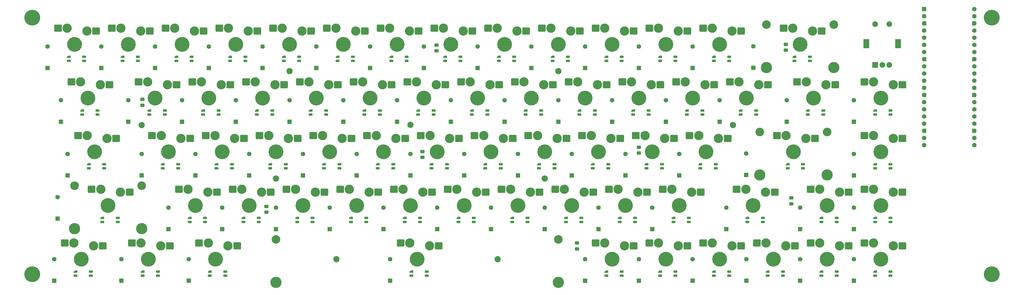
<source format=gbr>
%TF.GenerationSoftware,KiCad,Pcbnew,9.0.2*%
%TF.CreationDate,2025-07-27T20:58:09-05:00*%
%TF.ProjectId,modern-keyboard,6d6f6465-726e-42d6-9b65-79626f617264,rev?*%
%TF.SameCoordinates,Original*%
%TF.FileFunction,Soldermask,Bot*%
%TF.FilePolarity,Negative*%
%FSLAX46Y46*%
G04 Gerber Fmt 4.6, Leading zero omitted, Abs format (unit mm)*
G04 Created by KiCad (PCBNEW 9.0.2) date 2025-07-27 20:58:09*
%MOMM*%
%LPD*%
G01*
G04 APERTURE LIST*
G04 Aperture macros list*
%AMRoundRect*
0 Rectangle with rounded corners*
0 $1 Rounding radius*
0 $2 $3 $4 $5 $6 $7 $8 $9 X,Y pos of 4 corners*
0 Add a 4 corners polygon primitive as box body*
4,1,4,$2,$3,$4,$5,$6,$7,$8,$9,$2,$3,0*
0 Add four circle primitives for the rounded corners*
1,1,$1+$1,$2,$3*
1,1,$1+$1,$4,$5*
1,1,$1+$1,$6,$7*
1,1,$1+$1,$8,$9*
0 Add four rect primitives between the rounded corners*
20,1,$1+$1,$2,$3,$4,$5,0*
20,1,$1+$1,$4,$5,$6,$7,0*
20,1,$1+$1,$6,$7,$8,$9,0*
20,1,$1+$1,$8,$9,$2,$3,0*%
%AMFreePoly0*
4,1,37,0.603843,0.796157,0.639018,0.796157,0.711114,0.766294,0.766294,0.711114,0.796157,0.639018,0.796157,0.603843,0.800000,0.600000,0.800000,-0.600000,0.796157,-0.603843,0.796157,-0.639018,0.766294,-0.711114,0.711114,-0.766294,0.639018,-0.796157,0.603843,-0.796157,0.600000,-0.800000,0.000000,-0.800000,0.000000,-0.796148,-0.078414,-0.796148,-0.232228,-0.765552,-0.377117,-0.705537,
-0.507515,-0.618408,-0.618408,-0.507515,-0.705537,-0.377117,-0.765552,-0.232228,-0.796148,-0.078414,-0.796148,0.078414,-0.765552,0.232228,-0.705537,0.377117,-0.618408,0.507515,-0.507515,0.618408,-0.377117,0.705537,-0.232228,0.765552,-0.078414,0.796148,0.000000,0.796148,0.000000,0.800000,0.600000,0.800000,0.603843,0.796157,0.603843,0.796157,$1*%
%AMFreePoly1*
4,1,37,0.000000,0.796148,0.078414,0.796148,0.232228,0.765552,0.377117,0.705537,0.507515,0.618408,0.618408,0.507515,0.705537,0.377117,0.765552,0.232228,0.796148,0.078414,0.796148,-0.078414,0.765552,-0.232228,0.705537,-0.377117,0.618408,-0.507515,0.507515,-0.618408,0.377117,-0.705537,0.232228,-0.765552,0.078414,-0.796148,0.000000,-0.796148,0.000000,-0.800000,-0.600000,-0.800000,
-0.603843,-0.796157,-0.639018,-0.796157,-0.711114,-0.766294,-0.766294,-0.711114,-0.796157,-0.639018,-0.796157,-0.603843,-0.800000,-0.600000,-0.800000,0.600000,-0.796157,0.603843,-0.796157,0.639018,-0.766294,0.711114,-0.711114,0.766294,-0.639018,0.796157,-0.603843,0.796157,-0.600000,0.800000,0.000000,0.800000,0.000000,0.796148,0.000000,0.796148,$1*%
%AMFreePoly2*
4,1,18,-0.410000,0.593000,-0.403758,0.624380,-0.385983,0.650983,-0.359380,0.668758,-0.328000,0.675000,0.328000,0.675000,0.359380,0.668758,0.385983,0.650983,0.403758,0.624380,0.410000,0.593000,0.410000,-0.593000,0.403758,-0.624380,0.385983,-0.650983,0.359380,-0.668758,0.328000,-0.675000,0.000000,-0.675000,-0.410000,-0.265000,-0.410000,0.593000,-0.410000,0.593000,$1*%
G04 Aperture macros list end*
%ADD10C,3.048000*%
%ADD11C,3.987800*%
%ADD12C,2.200000*%
%ADD13C,3.600000*%
%ADD14C,5.600000*%
%ADD15R,2.000000X2.000000*%
%ADD16C,2.000000*%
%ADD17R,2.000000X3.200000*%
%ADD18RoundRect,0.200000X-0.600000X-0.600000X0.600000X-0.600000X0.600000X0.600000X-0.600000X0.600000X0*%
%ADD19C,1.600000*%
%ADD20FreePoly0,0.000000*%
%ADD21FreePoly1,0.000000*%
%ADD22RoundRect,0.250000X0.550000X-0.550000X0.550000X0.550000X-0.550000X0.550000X-0.550000X-0.550000X0*%
%ADD23C,5.250000*%
%ADD24C,3.300000*%
%ADD25RoundRect,0.255000X-1.070000X-1.020000X1.070000X-1.020000X1.070000X1.020000X-1.070000X1.020000X0*%
%ADD26RoundRect,0.082000X-0.593000X0.328000X-0.593000X-0.328000X0.593000X-0.328000X0.593000X0.328000X0*%
%ADD27FreePoly2,270.000000*%
%ADD28RoundRect,0.250000X-0.475000X0.337500X-0.475000X-0.337500X0.475000X-0.337500X0.475000X0.337500X0*%
G04 APERTURE END LIST*
D10*
%TO.C,REF\u002A\u002A*%
X192380000Y-309658750D03*
D11*
X192380000Y-324898750D03*
D10*
X292392500Y-309658750D03*
D11*
X292392500Y-324898750D03*
%TD*%
D12*
%TO.C,REF\u002A\u002A*%
X240005000Y-269018750D03*
%TD*%
D13*
%TO.C,REF\u002A\u002A*%
X106000000Y-231000000D03*
D14*
X106000000Y-231000000D03*
%TD*%
D12*
%TO.C,REF\u002A\u002A*%
X192380000Y-288068750D03*
%TD*%
D15*
%TO.C,SW83*%
X404693750Y-247756250D03*
D16*
X409693750Y-247756250D03*
X407193750Y-247756250D03*
D17*
X401593750Y-240256250D03*
X412793750Y-240256250D03*
D16*
X409693750Y-233256250D03*
X404693750Y-233256250D03*
%TD*%
D12*
%TO.C,REF\u002A\u002A*%
X213811250Y-316643750D03*
%TD*%
%TO.C,REF\u002A\u002A*%
X287630000Y-288068750D03*
%TD*%
%TO.C,REF\u002A\u002A*%
X270961250Y-316643750D03*
%TD*%
D18*
%TO.C,A1*%
X422070000Y-227982500D03*
D19*
X422070000Y-230522500D03*
D20*
X422070000Y-233062500D03*
D19*
X422070000Y-235602500D03*
X422070000Y-238142500D03*
X422070000Y-240682500D03*
X422070000Y-243222500D03*
D20*
X422070000Y-245762500D03*
D19*
X422070000Y-248302500D03*
X422070000Y-250842500D03*
X422070000Y-253382500D03*
X422070000Y-255922500D03*
D20*
X422070000Y-258462500D03*
D19*
X422070000Y-261002500D03*
X422070000Y-263542500D03*
X422070000Y-266082500D03*
X422070000Y-268622500D03*
D20*
X422070000Y-271162500D03*
D19*
X422070000Y-273702500D03*
X422070000Y-276242500D03*
X439850000Y-276242500D03*
X439850000Y-273702500D03*
D21*
X439850000Y-271162500D03*
D19*
X439850000Y-268622500D03*
X439850000Y-266082500D03*
X439850000Y-263542500D03*
X439850000Y-261002500D03*
D21*
X439850000Y-258462500D03*
D19*
X439850000Y-255922500D03*
X439850000Y-253382500D03*
X439850000Y-250842500D03*
X439850000Y-248302500D03*
D21*
X439850000Y-245762500D03*
D19*
X439850000Y-243222500D03*
X439850000Y-240682500D03*
X439850000Y-238142500D03*
X439850000Y-235602500D03*
D21*
X439850000Y-233062500D03*
D19*
X439850000Y-230522500D03*
X439850000Y-227982500D03*
%TD*%
D12*
%TO.C,REF\u002A\u002A*%
X354305000Y-269081250D03*
%TD*%
D13*
%TO.C,REF\u002A\u002A*%
X446000000Y-231000000D03*
D14*
X446000000Y-231000000D03*
%TD*%
D10*
%TO.C,REF\u002A\u002A*%
X366211250Y-233458750D03*
D11*
X366211250Y-248698750D03*
D10*
X390023750Y-233458750D03*
D11*
X390023750Y-248698750D03*
%TD*%
D10*
%TO.C,REF\u002A\u002A*%
X363830000Y-271558750D03*
D11*
X363830000Y-286798750D03*
D10*
X387642500Y-271558750D03*
D11*
X387642500Y-286798750D03*
%TD*%
D13*
%TO.C,REF\u002A\u002A*%
X446000000Y-322000000D03*
D14*
X446000000Y-322000000D03*
%TD*%
D12*
%TO.C,REF\u002A\u002A*%
X292392500Y-249968750D03*
%TD*%
D13*
%TO.C,REF\u002A\u002A*%
X106000000Y-322000000D03*
D14*
X106000000Y-322000000D03*
%TD*%
D12*
%TO.C,REF\u002A\u002A*%
X197142500Y-249968750D03*
%TD*%
D10*
%TO.C,REF\u002A\u002A*%
X120942500Y-290608750D03*
D11*
X120942500Y-305848750D03*
D10*
X144755000Y-290608750D03*
D11*
X144755000Y-305848750D03*
%TD*%
D12*
%TO.C,REF\u002A\u002A*%
X144755000Y-269081250D03*
%TD*%
D22*
%TO.C,D27*%
X349542500Y-267900000D03*
D19*
X349542500Y-260280000D03*
%TD*%
D23*
%TO.C,SW36*%
X249530000Y-278543750D03*
D24*
X253930000Y-273843750D03*
D25*
X257175000Y-273843750D03*
X243685000Y-272793750D03*
D24*
X246930000Y-272793750D03*
%TD*%
D23*
%TO.C,SW6*%
X216192500Y-240443750D03*
D24*
X220592500Y-235743750D03*
D25*
X223837500Y-235743750D03*
X210347500Y-234693750D03*
D24*
X213592500Y-234693750D03*
%TD*%
D23*
%TO.C,SW42*%
X375736250Y-278543750D03*
D24*
X380136250Y-273843750D03*
D25*
X383381250Y-273843750D03*
X369891250Y-272793750D03*
D24*
X373136250Y-272793750D03*
%TD*%
D22*
%TO.C,D5*%
X187617500Y-248850000D03*
D19*
X187617500Y-241230000D03*
%TD*%
D22*
%TO.C,D62*%
X301917500Y-324326250D03*
D19*
X301917500Y-316706250D03*
%TD*%
D26*
%TO.C,LED66*%
X391062500Y-322570000D03*
X391062500Y-321070000D03*
X385612500Y-322570000D03*
D27*
X385612500Y-321070000D03*
%TD*%
D26*
%TO.C,LED44*%
X136268750Y-303520000D03*
X136268750Y-302020000D03*
X130818750Y-303520000D03*
D27*
X130818750Y-302020000D03*
%TD*%
D28*
%TO.C,C5*%
X189000000Y-297962500D03*
X189000000Y-300037500D03*
%TD*%
D22*
%TO.C,D36*%
X240005000Y-286950000D03*
D19*
X240005000Y-279330000D03*
%TD*%
D26*
%TO.C,LED1*%
X124362500Y-246370000D03*
X124362500Y-244870000D03*
X118912500Y-246370000D03*
D27*
X118912500Y-244870000D03*
%TD*%
D26*
%TO.C,LED17*%
X171987500Y-265420000D03*
X171987500Y-263920000D03*
X166537500Y-265420000D03*
D27*
X166537500Y-263920000D03*
%TD*%
D28*
%TO.C,C3*%
X373000000Y-240462500D03*
X373000000Y-242537500D03*
%TD*%
D26*
%TO.C,LED43*%
X410112500Y-284470000D03*
X410112500Y-282970000D03*
X404662500Y-284470000D03*
D27*
X404662500Y-282970000D03*
%TD*%
D26*
%TO.C,LED53*%
X319625000Y-303520000D03*
X319625000Y-302020000D03*
X314175000Y-303520000D03*
D27*
X314175000Y-302020000D03*
%TD*%
D23*
%TO.C,SW45*%
X163805000Y-297593750D03*
D24*
X168205000Y-292893750D03*
D25*
X171450000Y-292893750D03*
X157960000Y-291843750D03*
D24*
X161205000Y-291843750D03*
%TD*%
D23*
%TO.C,SW47*%
X201905000Y-297593750D03*
D24*
X206305000Y-292893750D03*
D25*
X209550000Y-292893750D03*
X196060000Y-291843750D03*
D24*
X199305000Y-291843750D03*
%TD*%
D23*
%TO.C,SW39*%
X306680000Y-278543750D03*
D24*
X311080000Y-273843750D03*
D25*
X314325000Y-273843750D03*
X300835000Y-272793750D03*
D24*
X304080000Y-272793750D03*
%TD*%
D22*
%TO.C,D25*%
X311442500Y-267900000D03*
D19*
X311442500Y-260280000D03*
%TD*%
D23*
%TO.C,SW63*%
X330492500Y-316643750D03*
D24*
X334892500Y-311943750D03*
D25*
X338137500Y-311943750D03*
X324647500Y-310893750D03*
D24*
X327892500Y-310893750D03*
%TD*%
D26*
%TO.C,LED41*%
X348200000Y-284470000D03*
X348200000Y-282970000D03*
X342750000Y-284470000D03*
D27*
X342750000Y-282970000D03*
%TD*%
D23*
%TO.C,SW24*%
X301917500Y-259493750D03*
D24*
X306317500Y-254793750D03*
D25*
X309562500Y-254793750D03*
X296072500Y-253743750D03*
D24*
X299317500Y-253743750D03*
%TD*%
D22*
%TO.C,D9*%
X263817500Y-248850000D03*
D19*
X263817500Y-241230000D03*
%TD*%
D23*
%TO.C,SW48*%
X220955000Y-297593750D03*
D24*
X225355000Y-292893750D03*
D25*
X228600000Y-292893750D03*
X215110000Y-291843750D03*
D24*
X218355000Y-291843750D03*
%TD*%
D26*
%TO.C,LED48*%
X224375000Y-303520000D03*
X224375000Y-302020000D03*
X218925000Y-303520000D03*
D27*
X218925000Y-302020000D03*
%TD*%
D26*
%TO.C,LED47*%
X205325000Y-303520000D03*
X205325000Y-302020000D03*
X199875000Y-303520000D03*
D27*
X199875000Y-302020000D03*
%TD*%
D22*
%TO.C,D28*%
X373355000Y-267900000D03*
D19*
X373355000Y-260280000D03*
%TD*%
D22*
%TO.C,D3*%
X149517500Y-248850000D03*
D19*
X149517500Y-241230000D03*
%TD*%
D22*
%TO.C,D18*%
X178092500Y-267900000D03*
D19*
X178092500Y-260280000D03*
%TD*%
D23*
%TO.C,SW31*%
X154280000Y-278543750D03*
D24*
X158680000Y-273843750D03*
D25*
X161925000Y-273843750D03*
X148435000Y-272793750D03*
D24*
X151680000Y-272793750D03*
%TD*%
D23*
%TO.C,SW28*%
X382880000Y-259493750D03*
D24*
X387280000Y-254793750D03*
D25*
X390525000Y-254793750D03*
X377035000Y-253743750D03*
D24*
X380280000Y-253743750D03*
%TD*%
D23*
%TO.C,SW43*%
X406692500Y-278543750D03*
D24*
X411092500Y-273843750D03*
D25*
X414337500Y-273843750D03*
X400847500Y-272793750D03*
D24*
X404092500Y-272793750D03*
%TD*%
D26*
%TO.C,LED58*%
X126743750Y-322570000D03*
X126743750Y-321070000D03*
X121293750Y-322570000D03*
D27*
X121293750Y-321070000D03*
%TD*%
D26*
%TO.C,LED26*%
X343437500Y-265420000D03*
X343437500Y-263920000D03*
X337987500Y-265420000D03*
D27*
X337987500Y-263920000D03*
%TD*%
D23*
%TO.C,SW54*%
X335255000Y-297593750D03*
D24*
X339655000Y-292893750D03*
D25*
X342900000Y-292893750D03*
X329410000Y-291843750D03*
D24*
X332655000Y-291843750D03*
%TD*%
D23*
%TO.C,SW50*%
X259055000Y-297593750D03*
D24*
X263455000Y-292893750D03*
D25*
X266700000Y-292893750D03*
X253210000Y-291843750D03*
D24*
X256455000Y-291843750D03*
%TD*%
D22*
%TO.C,D56*%
X378117500Y-306000000D03*
D19*
X378117500Y-298380000D03*
%TD*%
D23*
%TO.C,SW59*%
X147136250Y-316643750D03*
D24*
X151536250Y-311943750D03*
D25*
X154781250Y-311943750D03*
X141291250Y-310893750D03*
D24*
X144536250Y-310893750D03*
%TD*%
D23*
%TO.C,SW3*%
X159042500Y-240443750D03*
D24*
X163442500Y-235743750D03*
D25*
X166687500Y-235743750D03*
X153197500Y-234693750D03*
D24*
X156442500Y-234693750D03*
%TD*%
D22*
%TO.C,D51*%
X268580000Y-306000000D03*
D19*
X268580000Y-298380000D03*
%TD*%
D22*
%TO.C,D30*%
X118561250Y-286950000D03*
D19*
X118561250Y-279330000D03*
%TD*%
D22*
%TO.C,D17*%
X159042500Y-267900000D03*
D19*
X159042500Y-260280000D03*
%TD*%
D23*
%TO.C,SW55*%
X361448750Y-297593750D03*
D24*
X365848750Y-292893750D03*
D25*
X369093750Y-292893750D03*
X355603750Y-291843750D03*
D24*
X358848750Y-291843750D03*
%TD*%
D22*
%TO.C,D55*%
X351923750Y-306000000D03*
D19*
X351923750Y-298380000D03*
%TD*%
D23*
%TO.C,SW9*%
X273342500Y-240443750D03*
D24*
X277742500Y-235743750D03*
D25*
X280987500Y-235743750D03*
X267497500Y-234693750D03*
D24*
X270742500Y-234693750D03*
%TD*%
D23*
%TO.C,SW65*%
X368592500Y-316643750D03*
D24*
X372992500Y-311943750D03*
D25*
X376237500Y-311943750D03*
X362747500Y-310893750D03*
D24*
X365992500Y-310893750D03*
%TD*%
D26*
%TO.C,LED5*%
X200562500Y-246370000D03*
X200562500Y-244870000D03*
X195112500Y-246370000D03*
D27*
X195112500Y-244870000D03*
%TD*%
D26*
%TO.C,LED25*%
X324387500Y-265420000D03*
X324387500Y-263920000D03*
X318937500Y-265420000D03*
D27*
X318937500Y-263920000D03*
%TD*%
D26*
%TO.C,LED61*%
X245806250Y-322570000D03*
X245806250Y-321070000D03*
X240356250Y-322570000D03*
D27*
X240356250Y-321070000D03*
%TD*%
D22*
%TO.C,D34*%
X201905000Y-286950000D03*
D19*
X201905000Y-279330000D03*
%TD*%
D23*
%TO.C,SW64*%
X349542500Y-316643750D03*
D24*
X353942500Y-311943750D03*
D25*
X357187500Y-311943750D03*
X343697500Y-310893750D03*
D24*
X346942500Y-310893750D03*
%TD*%
D23*
%TO.C,SW7*%
X235242500Y-240443750D03*
D24*
X239642500Y-235743750D03*
D25*
X242887500Y-235743750D03*
X229397500Y-234693750D03*
D24*
X232642500Y-234693750D03*
%TD*%
D28*
%TO.C,C1*%
X145000000Y-259962500D03*
X145000000Y-262037500D03*
%TD*%
D26*
%TO.C,LED52*%
X300575000Y-303520000D03*
X300575000Y-302020000D03*
X295125000Y-303520000D03*
D27*
X295125000Y-302020000D03*
%TD*%
D23*
%TO.C,SW33*%
X192380000Y-278543750D03*
D24*
X196780000Y-273843750D03*
D25*
X200025000Y-273843750D03*
X186535000Y-272793750D03*
D24*
X189780000Y-272793750D03*
%TD*%
D22*
%TO.C,D33*%
X182855000Y-286950000D03*
D19*
X182855000Y-279330000D03*
%TD*%
D22*
%TO.C,D40*%
X316205000Y-286950000D03*
D19*
X316205000Y-279330000D03*
%TD*%
D28*
%TO.C,C8*%
X249250000Y-240712500D03*
X249250000Y-242787500D03*
%TD*%
D26*
%TO.C,LED12*%
X333912500Y-246370000D03*
X333912500Y-244870000D03*
X328462500Y-246370000D03*
D27*
X328462500Y-244870000D03*
%TD*%
D26*
%TO.C,LED27*%
X362487500Y-265420000D03*
X362487500Y-263920000D03*
X357037500Y-265420000D03*
D27*
X357037500Y-263920000D03*
%TD*%
D26*
%TO.C,LED30*%
X131506250Y-284470000D03*
X131506250Y-282970000D03*
X126056250Y-284470000D03*
D27*
X126056250Y-282970000D03*
%TD*%
D22*
%TO.C,D42*%
X359000000Y-286810000D03*
D19*
X359000000Y-279190000D03*
%TD*%
D22*
%TO.C,D4*%
X168567500Y-248850000D03*
D19*
X168567500Y-241230000D03*
%TD*%
D23*
%TO.C,SW30*%
X128086250Y-278543750D03*
D24*
X132486250Y-273843750D03*
D25*
X135731250Y-273843750D03*
X122241250Y-272793750D03*
D24*
X125486250Y-272793750D03*
%TD*%
D23*
%TO.C,SW18*%
X187617500Y-259493750D03*
D24*
X192017500Y-254793750D03*
D25*
X195262500Y-254793750D03*
X181772500Y-253743750D03*
D24*
X185017500Y-253743750D03*
%TD*%
D22*
%TO.C,D49*%
X230480000Y-306000000D03*
D19*
X230480000Y-298380000D03*
%TD*%
D26*
%TO.C,LED8*%
X257712500Y-246370000D03*
X257712500Y-244870000D03*
X252262500Y-246370000D03*
D27*
X252262500Y-244870000D03*
%TD*%
D22*
%TO.C,D67*%
X397167500Y-324326250D03*
D19*
X397167500Y-316706250D03*
%TD*%
D26*
%TO.C,LED9*%
X276762500Y-246370000D03*
X276762500Y-244870000D03*
X271312500Y-246370000D03*
D27*
X271312500Y-244870000D03*
%TD*%
D26*
%TO.C,LED65*%
X372012500Y-322570000D03*
X372012500Y-321070000D03*
X366562500Y-322570000D03*
D27*
X366562500Y-321070000D03*
%TD*%
D23*
%TO.C,SW29*%
X406692500Y-259493750D03*
D24*
X411092500Y-254793750D03*
D25*
X414337500Y-254793750D03*
X400847500Y-253743750D03*
D24*
X404092500Y-253743750D03*
%TD*%
D26*
%TO.C,LED55*%
X364868750Y-303520000D03*
X364868750Y-302020000D03*
X359418750Y-303520000D03*
D27*
X359418750Y-302020000D03*
%TD*%
D23*
%TO.C,SW12*%
X330492500Y-240443750D03*
D24*
X334892500Y-235743750D03*
D25*
X338137500Y-235743750D03*
X324647500Y-234693750D03*
D24*
X327892500Y-234693750D03*
%TD*%
D28*
%TO.C,C6*%
X375000000Y-294962500D03*
X375000000Y-297037500D03*
%TD*%
D22*
%TO.C,D43*%
X397167500Y-286950000D03*
D19*
X397167500Y-279330000D03*
%TD*%
D26*
%TO.C,LED34*%
X214850000Y-284470000D03*
X214850000Y-282970000D03*
X209400000Y-284470000D03*
D27*
X209400000Y-282970000D03*
%TD*%
D23*
%TO.C,SW41*%
X344780000Y-278543750D03*
D24*
X349180000Y-273843750D03*
D25*
X352425000Y-273843750D03*
X338935000Y-272793750D03*
D24*
X342180000Y-272793750D03*
%TD*%
D23*
%TO.C,SW19*%
X206667500Y-259493750D03*
D24*
X211067500Y-254793750D03*
D25*
X214312500Y-254793750D03*
X200822500Y-253743750D03*
D24*
X204067500Y-253743750D03*
%TD*%
D22*
%TO.C,D52*%
X287630000Y-306000000D03*
D19*
X287630000Y-298380000D03*
%TD*%
D23*
%TO.C,SW10*%
X292392500Y-240443750D03*
D24*
X296792500Y-235743750D03*
D25*
X300037500Y-235743750D03*
X286547500Y-234693750D03*
D24*
X289792500Y-234693750D03*
%TD*%
D23*
%TO.C,SW51*%
X278105000Y-297593750D03*
D24*
X282505000Y-292893750D03*
D25*
X285750000Y-292893750D03*
X272260000Y-291843750D03*
D24*
X275505000Y-291843750D03*
%TD*%
D26*
%TO.C,LED49*%
X243425000Y-303520000D03*
X243425000Y-302020000D03*
X237975000Y-303520000D03*
D27*
X237975000Y-302020000D03*
%TD*%
D26*
%TO.C,LED29*%
X410112500Y-265420000D03*
X410112500Y-263920000D03*
X404662500Y-265420000D03*
D27*
X404662500Y-263920000D03*
%TD*%
D22*
%TO.C,D8*%
X244767500Y-248850000D03*
D19*
X244767500Y-241230000D03*
%TD*%
D22*
%TO.C,D45*%
X154280000Y-306000000D03*
D19*
X154280000Y-298380000D03*
%TD*%
D26*
%TO.C,LED22*%
X267237500Y-265420000D03*
X267237500Y-263920000D03*
X261787500Y-265420000D03*
D27*
X261787500Y-263920000D03*
%TD*%
D22*
%TO.C,D65*%
X359067500Y-324326250D03*
D19*
X359067500Y-316706250D03*
%TD*%
D22*
%TO.C,D10*%
X282867500Y-248850000D03*
D19*
X282867500Y-241230000D03*
%TD*%
D26*
%TO.C,LED2*%
X143412500Y-246370000D03*
X143412500Y-244870000D03*
X137962500Y-246370000D03*
D27*
X137962500Y-244870000D03*
%TD*%
D22*
%TO.C,D41*%
X335255000Y-286950000D03*
D19*
X335255000Y-279330000D03*
%TD*%
D26*
%TO.C,LED59*%
X150556250Y-322570000D03*
X150556250Y-321070000D03*
X145106250Y-322570000D03*
D27*
X145106250Y-321070000D03*
%TD*%
D26*
%TO.C,LED19*%
X210087500Y-265420000D03*
X210087500Y-263920000D03*
X204637500Y-265420000D03*
D27*
X204637500Y-263920000D03*
%TD*%
D22*
%TO.C,D61*%
X232861250Y-324326250D03*
D19*
X232861250Y-316706250D03*
%TD*%
D22*
%TO.C,D31*%
X144755000Y-286950000D03*
D19*
X144755000Y-279330000D03*
%TD*%
D22*
%TO.C,D48*%
X211430000Y-306000000D03*
D19*
X211430000Y-298380000D03*
%TD*%
D26*
%TO.C,LED6*%
X219612500Y-246370000D03*
X219612500Y-244870000D03*
X214162500Y-246370000D03*
D27*
X214162500Y-244870000D03*
%TD*%
D23*
%TO.C,SW5*%
X197142500Y-240443750D03*
D24*
X201542500Y-235743750D03*
D25*
X204787500Y-235743750D03*
X191297500Y-234693750D03*
D24*
X194542500Y-234693750D03*
%TD*%
D22*
%TO.C,D20*%
X216192500Y-267900000D03*
D19*
X216192500Y-260280000D03*
%TD*%
D23*
%TO.C,SW67*%
X406692500Y-316643750D03*
D24*
X411092500Y-311943750D03*
D25*
X414337500Y-311943750D03*
X400847500Y-310893750D03*
D24*
X404092500Y-310893750D03*
%TD*%
D23*
%TO.C,SW53*%
X316205000Y-297593750D03*
D24*
X320605000Y-292893750D03*
D25*
X323850000Y-292893750D03*
X310360000Y-291843750D03*
D24*
X313605000Y-291843750D03*
%TD*%
D26*
%TO.C,LED42*%
X379156250Y-284470000D03*
X379156250Y-282970000D03*
X373706250Y-284470000D03*
D27*
X373706250Y-282970000D03*
%TD*%
D26*
%TO.C,LED63*%
X333912500Y-322570000D03*
X333912500Y-321070000D03*
X328462500Y-322570000D03*
D27*
X328462500Y-321070000D03*
%TD*%
D26*
%TO.C,LED28*%
X386300000Y-265420000D03*
X386300000Y-263920000D03*
X380850000Y-265420000D03*
D27*
X380850000Y-263920000D03*
%TD*%
D22*
%TO.C,D35*%
X220955000Y-286950000D03*
D19*
X220955000Y-279330000D03*
%TD*%
D23*
%TO.C,SW34*%
X211430000Y-278543750D03*
D24*
X215830000Y-273843750D03*
D25*
X219075000Y-273843750D03*
X205585000Y-272793750D03*
D24*
X208830000Y-272793750D03*
%TD*%
D23*
%TO.C,SW46*%
X182855000Y-297593750D03*
D24*
X187255000Y-292893750D03*
D25*
X190500000Y-292893750D03*
X177010000Y-291843750D03*
D24*
X180255000Y-291843750D03*
%TD*%
D26*
%TO.C,LED21*%
X248187500Y-265420000D03*
X248187500Y-263920000D03*
X242737500Y-265420000D03*
D27*
X242737500Y-263920000D03*
%TD*%
D22*
%TO.C,D53*%
X306680000Y-306000000D03*
D19*
X306680000Y-298380000D03*
%TD*%
D23*
%TO.C,SW57*%
X406692500Y-297593750D03*
D24*
X411092500Y-292893750D03*
D25*
X414337500Y-292893750D03*
X400847500Y-291843750D03*
D24*
X404092500Y-291843750D03*
%TD*%
D26*
%TO.C,LED33*%
X195800000Y-284470000D03*
X195800000Y-282970000D03*
X190350000Y-284470000D03*
D27*
X190350000Y-282970000D03*
%TD*%
D26*
%TO.C,LED16*%
X152937500Y-265420000D03*
X152937500Y-263920000D03*
X147487500Y-265420000D03*
D27*
X147487500Y-263920000D03*
%TD*%
D26*
%TO.C,LED57*%
X410112500Y-303520000D03*
X410112500Y-302020000D03*
X404662500Y-303520000D03*
D27*
X404662500Y-302020000D03*
%TD*%
D26*
%TO.C,LED50*%
X262475000Y-303520000D03*
X262475000Y-302020000D03*
X257025000Y-303520000D03*
D27*
X257025000Y-302020000D03*
%TD*%
D23*
%TO.C,SW66*%
X387642500Y-316643750D03*
D24*
X392042500Y-311943750D03*
D25*
X395287500Y-311943750D03*
X381797500Y-310893750D03*
D24*
X385042500Y-310893750D03*
%TD*%
D23*
%TO.C,SW32*%
X173330000Y-278543750D03*
D24*
X177730000Y-273843750D03*
D25*
X180975000Y-273843750D03*
X167485000Y-272793750D03*
D24*
X170730000Y-272793750D03*
%TD*%
D22*
%TO.C,D47*%
X192380000Y-306000000D03*
D19*
X192380000Y-298380000D03*
%TD*%
D26*
%TO.C,LED46*%
X186275000Y-303520000D03*
X186275000Y-302020000D03*
X180825000Y-303520000D03*
D27*
X180825000Y-302020000D03*
%TD*%
D22*
%TO.C,D50*%
X249530000Y-306000000D03*
D19*
X249530000Y-298380000D03*
%TD*%
D23*
%TO.C,SW8*%
X254292500Y-240443750D03*
D24*
X258692500Y-235743750D03*
D25*
X261937500Y-235743750D03*
X248447500Y-234693750D03*
D24*
X251692500Y-234693750D03*
%TD*%
D23*
%TO.C,SW38*%
X287630000Y-278543750D03*
D24*
X292030000Y-273843750D03*
D25*
X295275000Y-273843750D03*
X281785000Y-272793750D03*
D24*
X285030000Y-272793750D03*
%TD*%
D23*
%TO.C,SW26*%
X340017500Y-259493750D03*
D24*
X344417500Y-254793750D03*
D25*
X347662500Y-254793750D03*
X334172500Y-253743750D03*
D24*
X337417500Y-253743750D03*
%TD*%
D23*
%TO.C,SW62*%
X311442500Y-316643750D03*
D24*
X315842500Y-311943750D03*
D25*
X319087500Y-311943750D03*
X305597500Y-310893750D03*
D24*
X308842500Y-310893750D03*
%TD*%
D23*
%TO.C,SW52*%
X297155000Y-297593750D03*
D24*
X301555000Y-292893750D03*
D25*
X304800000Y-292893750D03*
X291310000Y-291843750D03*
D24*
X294555000Y-291843750D03*
%TD*%
D26*
%TO.C,LED7*%
X238662500Y-246370000D03*
X238662500Y-244870000D03*
X233212500Y-246370000D03*
D27*
X233212500Y-244870000D03*
%TD*%
D22*
%TO.C,D7*%
X225717500Y-248850000D03*
D19*
X225717500Y-241230000D03*
%TD*%
D22*
%TO.C,D14*%
X361500000Y-248810000D03*
D19*
X361500000Y-241190000D03*
%TD*%
D22*
%TO.C,D38*%
X278105000Y-286950000D03*
D19*
X278105000Y-279330000D03*
%TD*%
D22*
%TO.C,D59*%
X137611250Y-324326250D03*
D19*
X137611250Y-316706250D03*
%TD*%
D23*
%TO.C,SW44*%
X132848750Y-297593750D03*
D24*
X137248750Y-292893750D03*
D25*
X140493750Y-292893750D03*
X127003750Y-291843750D03*
D24*
X130248750Y-291843750D03*
%TD*%
D26*
%TO.C,LED38*%
X291050000Y-284470000D03*
X291050000Y-282970000D03*
X285600000Y-284470000D03*
D27*
X285600000Y-282970000D03*
%TD*%
D23*
%TO.C,SW25*%
X320967500Y-259493750D03*
D24*
X325367500Y-254793750D03*
D25*
X328612500Y-254793750D03*
X315122500Y-253743750D03*
D24*
X318367500Y-253743750D03*
%TD*%
D22*
%TO.C,D66*%
X378117500Y-324326250D03*
D19*
X378117500Y-316706250D03*
%TD*%
D22*
%TO.C,D23*%
X273342500Y-267900000D03*
D19*
X273342500Y-260280000D03*
%TD*%
D22*
%TO.C,D12*%
X320967500Y-248850000D03*
D19*
X320967500Y-241230000D03*
%TD*%
D23*
%TO.C,SW15*%
X125705000Y-259493750D03*
D24*
X130105000Y-254793750D03*
D25*
X133350000Y-254793750D03*
X119860000Y-253743750D03*
D24*
X123105000Y-253743750D03*
%TD*%
D26*
%TO.C,LED18*%
X191037500Y-265420000D03*
X191037500Y-263920000D03*
X185587500Y-265420000D03*
D27*
X185587500Y-263920000D03*
%TD*%
D26*
%TO.C,LED51*%
X281525000Y-303520000D03*
X281525000Y-302020000D03*
X276075000Y-303520000D03*
D27*
X276075000Y-302020000D03*
%TD*%
D26*
%TO.C,LED4*%
X181512500Y-246370000D03*
X181512500Y-244870000D03*
X176062500Y-246370000D03*
D27*
X176062500Y-244870000D03*
%TD*%
D26*
%TO.C,LED35*%
X233900000Y-284470000D03*
X233900000Y-282970000D03*
X228450000Y-284470000D03*
D27*
X228450000Y-282970000D03*
%TD*%
D23*
%TO.C,SW35*%
X230480000Y-278543750D03*
D24*
X234880000Y-273843750D03*
D25*
X238125000Y-273843750D03*
X224635000Y-272793750D03*
D24*
X227880000Y-272793750D03*
%TD*%
D26*
%TO.C,LED37*%
X272000000Y-284470000D03*
X272000000Y-282970000D03*
X266550000Y-284470000D03*
D27*
X266550000Y-282970000D03*
%TD*%
D23*
%TO.C,SW20*%
X225717500Y-259493750D03*
D24*
X230117500Y-254793750D03*
D25*
X233362500Y-254793750D03*
X219872500Y-253743750D03*
D24*
X223117500Y-253743750D03*
%TD*%
D22*
%TO.C,D60*%
X161423750Y-324326250D03*
D19*
X161423750Y-316706250D03*
%TD*%
D23*
%TO.C,SW61*%
X242386250Y-316643750D03*
D24*
X246786250Y-311943750D03*
D25*
X250031250Y-311943750D03*
X236541250Y-310893750D03*
D24*
X239786250Y-310893750D03*
%TD*%
D22*
%TO.C,D11*%
X301917500Y-248850000D03*
D19*
X301917500Y-241230000D03*
%TD*%
D23*
%TO.C,SW27*%
X359067500Y-259493750D03*
D24*
X363467500Y-254793750D03*
D25*
X366712500Y-254793750D03*
X353222500Y-253743750D03*
D24*
X356467500Y-253743750D03*
%TD*%
D26*
%TO.C,LED3*%
X162462500Y-246370000D03*
X162462500Y-244870000D03*
X157012500Y-246370000D03*
D27*
X157012500Y-244870000D03*
%TD*%
D26*
%TO.C,LED45*%
X167225000Y-303520000D03*
X167225000Y-302020000D03*
X161775000Y-303520000D03*
D27*
X161775000Y-302020000D03*
%TD*%
D23*
%TO.C,SW22*%
X263817500Y-259493750D03*
D24*
X268217500Y-254793750D03*
D25*
X271462500Y-254793750D03*
X257972500Y-253743750D03*
D24*
X261217500Y-253743750D03*
%TD*%
D26*
%TO.C,LED31*%
X157700000Y-284470000D03*
X157700000Y-282970000D03*
X152250000Y-284470000D03*
D27*
X152250000Y-282970000D03*
%TD*%
D26*
%TO.C,LED15*%
X129125000Y-265420000D03*
X129125000Y-263920000D03*
X123675000Y-265420000D03*
D27*
X123675000Y-263920000D03*
%TD*%
D22*
%TO.C,D57*%
X397167500Y-306000000D03*
D19*
X397167500Y-298380000D03*
%TD*%
D26*
%TO.C,LED60*%
X174368750Y-322570000D03*
X174368750Y-321070000D03*
X168918750Y-322570000D03*
D27*
X168918750Y-321070000D03*
%TD*%
D22*
%TO.C,D2*%
X130467500Y-248850000D03*
D19*
X130467500Y-241230000D03*
%TD*%
D23*
%TO.C,SW16*%
X149517500Y-259493750D03*
D24*
X153917500Y-254793750D03*
D25*
X157162500Y-254793750D03*
X143672500Y-253743750D03*
D24*
X146917500Y-253743750D03*
%TD*%
D26*
%TO.C,LED54*%
X338675000Y-303520000D03*
X338675000Y-302020000D03*
X333225000Y-303520000D03*
D27*
X333225000Y-302020000D03*
%TD*%
D26*
%TO.C,LED13*%
X352962500Y-246370000D03*
X352962500Y-244870000D03*
X347512500Y-246370000D03*
D27*
X347512500Y-244870000D03*
%TD*%
D23*
%TO.C,SW2*%
X139992500Y-240443750D03*
D24*
X144392500Y-235743750D03*
D25*
X147637500Y-235743750D03*
X134147500Y-234693750D03*
D24*
X137392500Y-234693750D03*
%TD*%
D23*
%TO.C,SW49*%
X240005000Y-297593750D03*
D24*
X244405000Y-292893750D03*
D25*
X247650000Y-292893750D03*
X234160000Y-291843750D03*
D24*
X237405000Y-291843750D03*
%TD*%
D23*
%TO.C,SW40*%
X325730000Y-278543750D03*
D24*
X330130000Y-273843750D03*
D25*
X333375000Y-273843750D03*
X319885000Y-272793750D03*
D24*
X323130000Y-272793750D03*
%TD*%
D22*
%TO.C,D39*%
X297155000Y-286950000D03*
D19*
X297155000Y-279330000D03*
%TD*%
D23*
%TO.C,SW4*%
X178092500Y-240443750D03*
D24*
X182492500Y-235743750D03*
D25*
X185737500Y-235743750D03*
X172247500Y-234693750D03*
D24*
X175492500Y-234693750D03*
%TD*%
D26*
%TO.C,LED67*%
X410112500Y-322570000D03*
X410112500Y-321070000D03*
X404662500Y-322570000D03*
D27*
X404662500Y-321070000D03*
%TD*%
D22*
%TO.C,D22*%
X254292500Y-267900000D03*
D19*
X254292500Y-260280000D03*
%TD*%
D26*
%TO.C,LED10*%
X295812500Y-246370000D03*
X295812500Y-244870000D03*
X290362500Y-246370000D03*
D27*
X290362500Y-244870000D03*
%TD*%
D22*
%TO.C,D6*%
X206667500Y-248850000D03*
D19*
X206667500Y-241230000D03*
%TD*%
D22*
%TO.C,D13*%
X340017500Y-248850000D03*
D19*
X340017500Y-241230000D03*
%TD*%
D22*
%TO.C,D63*%
X320967500Y-324326250D03*
D19*
X320967500Y-316706250D03*
%TD*%
D26*
%TO.C,LED62*%
X314862500Y-322570000D03*
X314862500Y-321070000D03*
X309412500Y-322570000D03*
D27*
X309412500Y-321070000D03*
%TD*%
D26*
%TO.C,LED36*%
X252950000Y-284470000D03*
X252950000Y-282970000D03*
X247500000Y-284470000D03*
D27*
X247500000Y-282970000D03*
%TD*%
D26*
%TO.C,LED23*%
X286287500Y-265420000D03*
X286287500Y-263920000D03*
X280837500Y-265420000D03*
D27*
X280837500Y-263920000D03*
%TD*%
D23*
%TO.C,SW14*%
X378117500Y-240443750D03*
D24*
X382517500Y-235743750D03*
D25*
X385762500Y-235743750D03*
X372272500Y-234693750D03*
D24*
X375517500Y-234693750D03*
%TD*%
D26*
%TO.C,LED40*%
X329150000Y-284470000D03*
X329150000Y-282970000D03*
X323700000Y-284470000D03*
D27*
X323700000Y-282970000D03*
%TD*%
D22*
%TO.C,D58*%
X113798750Y-324326250D03*
D19*
X113798750Y-316706250D03*
%TD*%
D23*
%TO.C,SW1*%
X120942500Y-240443750D03*
D24*
X125342500Y-235743750D03*
D25*
X128587500Y-235743750D03*
X115097500Y-234693750D03*
D24*
X118342500Y-234693750D03*
%TD*%
D23*
%TO.C,SW17*%
X168567500Y-259493750D03*
D24*
X172967500Y-254793750D03*
D25*
X176212500Y-254793750D03*
X162722500Y-253743750D03*
D24*
X165967500Y-253743750D03*
%TD*%
D22*
%TO.C,D1*%
X111417500Y-248850000D03*
D19*
X111417500Y-241230000D03*
%TD*%
D23*
%TO.C,SW13*%
X349542500Y-240443750D03*
D24*
X353942500Y-235743750D03*
D25*
X357187500Y-235743750D03*
X343697500Y-234693750D03*
D24*
X346942500Y-234693750D03*
%TD*%
D22*
%TO.C,D16*%
X139992500Y-267900000D03*
D19*
X139992500Y-260280000D03*
%TD*%
D23*
%TO.C,SW21*%
X244767500Y-259493750D03*
D24*
X249167500Y-254793750D03*
D25*
X252412500Y-254793750D03*
X238922500Y-253743750D03*
D24*
X242167500Y-253743750D03*
%TD*%
D22*
%TO.C,D37*%
X259055000Y-286950000D03*
D19*
X259055000Y-279330000D03*
%TD*%
D23*
%TO.C,SW56*%
X387642500Y-297593750D03*
D24*
X392042500Y-292893750D03*
D25*
X395287500Y-292893750D03*
X381797500Y-291843750D03*
D24*
X385042500Y-291843750D03*
%TD*%
D22*
%TO.C,D29*%
X397167500Y-267900000D03*
D19*
X397167500Y-260280000D03*
%TD*%
D22*
%TO.C,D21*%
X235242500Y-267900000D03*
D19*
X235242500Y-260280000D03*
%TD*%
D23*
%TO.C,SW60*%
X170948750Y-316643750D03*
D24*
X175348750Y-311943750D03*
D25*
X178593750Y-311943750D03*
X165103750Y-310893750D03*
D24*
X168348750Y-310893750D03*
%TD*%
D26*
%TO.C,LED11*%
X314862500Y-246370000D03*
X314862500Y-244870000D03*
X309412500Y-246370000D03*
D27*
X309412500Y-244870000D03*
%TD*%
D22*
%TO.C,D54*%
X325730000Y-306000000D03*
D19*
X325730000Y-298380000D03*
%TD*%
D23*
%TO.C,SW37*%
X268580000Y-278543750D03*
D24*
X272980000Y-273843750D03*
D25*
X276225000Y-273843750D03*
X262735000Y-272793750D03*
D24*
X265980000Y-272793750D03*
%TD*%
D26*
%TO.C,LED20*%
X229137500Y-265420000D03*
X229137500Y-263920000D03*
X223687500Y-265420000D03*
D27*
X223687500Y-263920000D03*
%TD*%
D28*
%TO.C,C2*%
X321000000Y-276962500D03*
X321000000Y-279037500D03*
%TD*%
D26*
%TO.C,LED56*%
X391062500Y-303520000D03*
X391062500Y-302020000D03*
X385612500Y-303520000D03*
D27*
X385612500Y-302020000D03*
%TD*%
D23*
%TO.C,SW11*%
X311442500Y-240443750D03*
D24*
X315842500Y-235743750D03*
D25*
X319087500Y-235743750D03*
X305597500Y-234693750D03*
D24*
X308842500Y-234693750D03*
%TD*%
D22*
%TO.C,D24*%
X292392500Y-267900000D03*
D19*
X292392500Y-260280000D03*
%TD*%
D22*
%TO.C,D32*%
X163805000Y-286950000D03*
D19*
X163805000Y-279330000D03*
%TD*%
D26*
%TO.C,LED32*%
X176750000Y-284470000D03*
X176750000Y-282970000D03*
X171300000Y-284470000D03*
D27*
X171300000Y-282970000D03*
%TD*%
D23*
%TO.C,SW23*%
X282867500Y-259493750D03*
D24*
X287267500Y-254793750D03*
D25*
X290512500Y-254793750D03*
X277022500Y-253743750D03*
D24*
X280267500Y-253743750D03*
%TD*%
D26*
%TO.C,LED14*%
X381537500Y-246370000D03*
X381537500Y-244870000D03*
X376087500Y-246370000D03*
D27*
X376087500Y-244870000D03*
%TD*%
D22*
%TO.C,D64*%
X340017500Y-324326250D03*
D19*
X340017500Y-316706250D03*
%TD*%
D22*
%TO.C,D46*%
X173330000Y-306000000D03*
D19*
X173330000Y-298380000D03*
%TD*%
D23*
%TO.C,SW58*%
X123323750Y-316643750D03*
D24*
X127723750Y-311943750D03*
D25*
X130968750Y-311943750D03*
X117478750Y-310893750D03*
D24*
X120723750Y-310893750D03*
%TD*%
D26*
%TO.C,LED24*%
X305337500Y-265420000D03*
X305337500Y-263920000D03*
X299887500Y-265420000D03*
D27*
X299887500Y-263920000D03*
%TD*%
D22*
%TO.C,D44*%
X115000000Y-302310000D03*
D19*
X115000000Y-294690000D03*
%TD*%
D22*
%TO.C,D26*%
X330492500Y-267900000D03*
D19*
X330492500Y-260280000D03*
%TD*%
D22*
%TO.C,D19*%
X197142500Y-267900000D03*
D19*
X197142500Y-260280000D03*
%TD*%
D26*
%TO.C,LED64*%
X352962500Y-322570000D03*
X352962500Y-321070000D03*
X347512500Y-322570000D03*
D27*
X347512500Y-321070000D03*
%TD*%
D28*
%TO.C,C7*%
X299000000Y-310962500D03*
X299000000Y-313037500D03*
%TD*%
D26*
%TO.C,LED39*%
X310100000Y-284470000D03*
X310100000Y-282970000D03*
X304650000Y-284470000D03*
D27*
X304650000Y-282970000D03*
%TD*%
D28*
%TO.C,C4*%
X244250000Y-278462500D03*
X244250000Y-280537500D03*
%TD*%
D22*
%TO.C,D15*%
X116180000Y-267900000D03*
D19*
X116180000Y-260280000D03*
%TD*%
M02*

</source>
